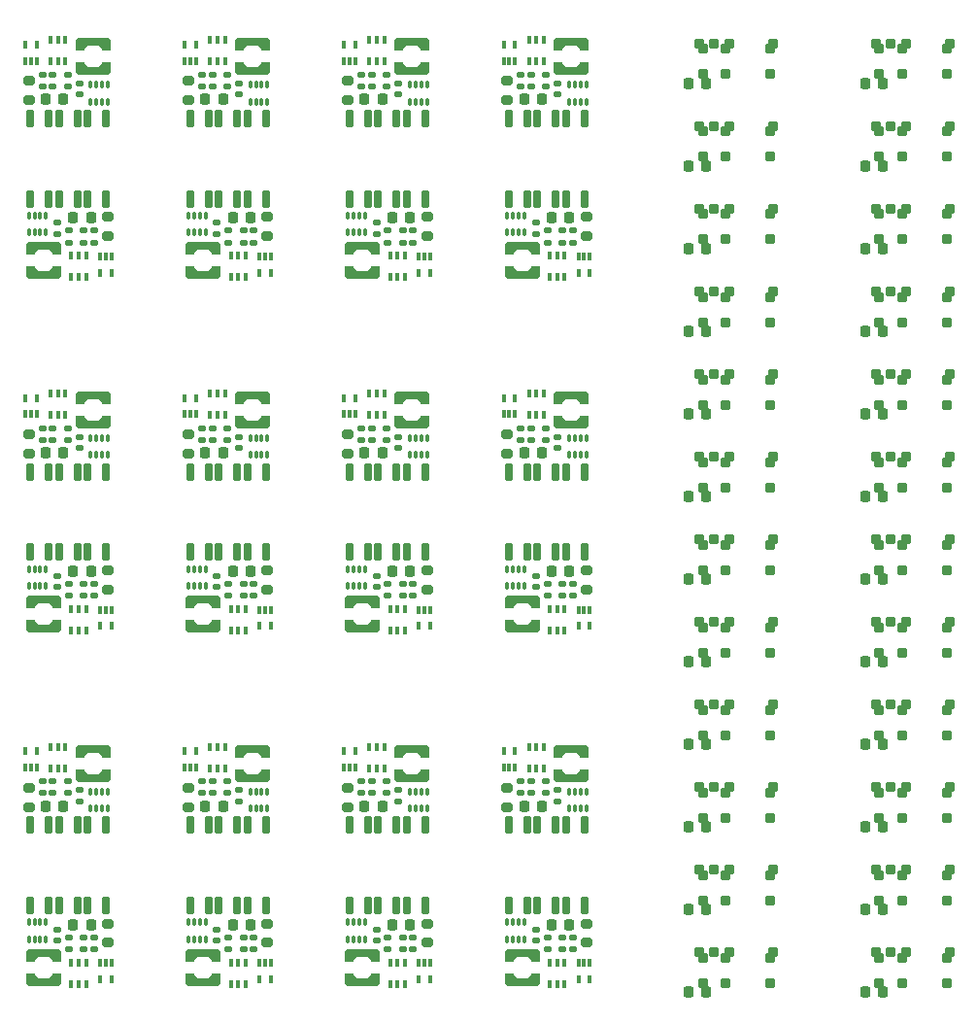
<source format=gbp>
G04 #@! TF.GenerationSoftware,KiCad,Pcbnew,9.0.6-9.0.6~ubuntu24.04.1*
G04 #@! TF.CreationDate,2026-01-17T18:06:18+01:00*
G04 #@! TF.ProjectId,panel,70616e65-6c2e-46b6-9963-61645f706362,rev?*
G04 #@! TF.SameCoordinates,Original*
G04 #@! TF.FileFunction,Paste,Bot*
G04 #@! TF.FilePolarity,Positive*
%FSLAX46Y46*%
G04 Gerber Fmt 4.6, Leading zero omitted, Abs format (unit mm)*
G04 Created by KiCad (PCBNEW 9.0.6-9.0.6~ubuntu24.04.1) date 2026-01-17 18:06:18*
%MOMM*%
%LPD*%
G01*
G04 APERTURE LIST*
G04 Aperture macros list*
%AMRoundRect*
0 Rectangle with rounded corners*
0 $1 Rounding radius*
0 $2 $3 $4 $5 $6 $7 $8 $9 X,Y pos of 4 corners*
0 Add a 4 corners polygon primitive as box body*
4,1,4,$2,$3,$4,$5,$6,$7,$8,$9,$2,$3,0*
0 Add four circle primitives for the rounded corners*
1,1,$1+$1,$2,$3*
1,1,$1+$1,$4,$5*
1,1,$1+$1,$6,$7*
1,1,$1+$1,$8,$9*
0 Add four rect primitives between the rounded corners*
20,1,$1+$1,$2,$3,$4,$5,0*
20,1,$1+$1,$4,$5,$6,$7,0*
20,1,$1+$1,$6,$7,$8,$9,0*
20,1,$1+$1,$8,$9,$2,$3,0*%
%AMFreePoly0*
4,1,11,0.760000,0.825000,0.380000,0.510000,0.380000,-0.510000,0.760000,-0.825000,0.760000,-1.525000,-0.125000,-1.525000,-0.380000,-1.270000,-0.380000,1.270000,-0.125000,1.525000,0.760000,1.525000,0.760000,0.825000,0.760000,0.825000,$1*%
G04 Aperture macros list end*
%ADD10RoundRect,0.120000X-0.280000X-0.280000X0.280000X-0.280000X0.280000X0.280000X-0.280000X0.280000X0*%
%ADD11RoundRect,0.090000X-0.210000X0.660000X-0.210000X-0.660000X0.210000X-0.660000X0.210000X0.660000X0*%
%ADD12RoundRect,0.090000X0.210000X-0.660000X0.210000X0.660000X-0.210000X0.660000X-0.210000X-0.660000X0*%
%ADD13RoundRect,0.200000X-0.275000X0.200000X-0.275000X-0.200000X0.275000X-0.200000X0.275000X0.200000X0*%
%ADD14RoundRect,0.225000X0.225000X0.250000X-0.225000X0.250000X-0.225000X-0.250000X0.225000X-0.250000X0*%
%ADD15RoundRect,0.087500X-0.087500X0.250000X-0.087500X-0.250000X0.087500X-0.250000X0.087500X0.250000X0*%
%ADD16RoundRect,0.100000X0.100000X-0.225000X0.100000X0.225000X-0.100000X0.225000X-0.100000X-0.225000X0*%
%ADD17RoundRect,0.087500X0.087500X-0.250000X0.087500X0.250000X-0.087500X0.250000X-0.087500X-0.250000X0*%
%ADD18RoundRect,0.225000X-0.225000X-0.250000X0.225000X-0.250000X0.225000X0.250000X-0.225000X0.250000X0*%
%ADD19RoundRect,0.135000X0.185000X-0.135000X0.185000X0.135000X-0.185000X0.135000X-0.185000X-0.135000X0*%
%ADD20RoundRect,0.100000X-0.100000X0.225000X-0.100000X-0.225000X0.100000X-0.225000X0.100000X0.225000X0*%
%ADD21RoundRect,0.200000X0.275000X-0.200000X0.275000X0.200000X-0.275000X0.200000X-0.275000X-0.200000X0*%
%ADD22RoundRect,0.135000X-0.185000X0.135000X-0.185000X-0.135000X0.185000X-0.135000X0.185000X0.135000X0*%
%ADD23RoundRect,0.140000X-0.170000X0.140000X-0.170000X-0.140000X0.170000X-0.140000X0.170000X0.140000X0*%
%ADD24RoundRect,0.140000X0.170000X-0.140000X0.170000X0.140000X-0.170000X0.140000X-0.170000X-0.140000X0*%
%ADD25RoundRect,0.050000X0.100000X-0.285000X0.100000X0.285000X-0.100000X0.285000X-0.100000X-0.285000X0*%
%ADD26FreePoly0,90.000000*%
%ADD27FreePoly0,270.000000*%
%ADD28RoundRect,0.050000X-0.100000X0.285000X-0.100000X-0.285000X0.100000X-0.285000X0.100000X0.285000X0*%
G04 APERTURE END LIST*
D10*
G04 #@! TO.C,J101*
X65450000Y-67050000D03*
X66750000Y-67050000D03*
X68050000Y-67050000D03*
X71880000Y-67050000D03*
G04 #@! TD*
G04 #@! TO.C,J102*
X81150000Y-69750000D03*
X81150000Y-67550000D03*
X83150000Y-69750000D03*
X83150000Y-67550000D03*
X87050000Y-69750000D03*
X87050000Y-67550000D03*
G04 #@! TD*
G04 #@! TO.C,J101*
X80850000Y-16650000D03*
X82150000Y-16650000D03*
X83450000Y-16650000D03*
X87280000Y-16650000D03*
G04 #@! TD*
G04 #@! TO.C,J102*
X81150000Y-26550000D03*
X81150000Y-24350000D03*
X83150000Y-26550000D03*
X83150000Y-24350000D03*
X87050000Y-26550000D03*
X87050000Y-24350000D03*
G04 #@! TD*
G04 #@! TO.C,J101*
X65450000Y-74250000D03*
X66750000Y-74250000D03*
X68050000Y-74250000D03*
X71880000Y-74250000D03*
G04 #@! TD*
G04 #@! TO.C,J101*
X65450000Y-52650000D03*
X66750000Y-52650000D03*
X68050000Y-52650000D03*
X71880000Y-52650000D03*
G04 #@! TD*
G04 #@! TO.C,J102*
X81150000Y-76950000D03*
X81150000Y-74750000D03*
X83150000Y-76950000D03*
X83150000Y-74750000D03*
X87050000Y-76950000D03*
X87050000Y-74750000D03*
G04 #@! TD*
G04 #@! TO.C,J102*
X81150000Y-12150000D03*
X81150000Y-9950000D03*
X83150000Y-12150000D03*
X83150000Y-9950000D03*
X87050000Y-12150000D03*
X87050000Y-9950000D03*
G04 #@! TD*
G04 #@! TO.C,J101*
X80850000Y-88650000D03*
X82150000Y-88650000D03*
X83450000Y-88650000D03*
X87280000Y-88650000D03*
G04 #@! TD*
G04 #@! TO.C,J102*
X65750000Y-48150000D03*
X65750000Y-45950000D03*
X67750000Y-48150000D03*
X67750000Y-45950000D03*
X71650000Y-48150000D03*
X71650000Y-45950000D03*
G04 #@! TD*
G04 #@! TO.C,J101*
X80850000Y-52650000D03*
X82150000Y-52650000D03*
X83450000Y-52650000D03*
X87280000Y-52650000D03*
G04 #@! TD*
G04 #@! TO.C,J101*
X65450000Y-9450000D03*
X66750000Y-9450000D03*
X68050000Y-9450000D03*
X71880000Y-9450000D03*
G04 #@! TD*
G04 #@! TO.C,J101*
X80850000Y-59850000D03*
X82150000Y-59850000D03*
X83450000Y-59850000D03*
X87280000Y-59850000D03*
G04 #@! TD*
G04 #@! TO.C,J102*
X65750000Y-33750000D03*
X65750000Y-31550000D03*
X67750000Y-33750000D03*
X67750000Y-31550000D03*
X71650000Y-33750000D03*
X71650000Y-31550000D03*
G04 #@! TD*
G04 #@! TO.C,J102*
X81150000Y-55350000D03*
X81150000Y-53150000D03*
X83150000Y-55350000D03*
X83150000Y-53150000D03*
X87050000Y-55350000D03*
X87050000Y-53150000D03*
G04 #@! TD*
G04 #@! TO.C,J101*
X65450000Y-38250000D03*
X66750000Y-38250000D03*
X68050000Y-38250000D03*
X71880000Y-38250000D03*
G04 #@! TD*
G04 #@! TO.C,J101*
X65450000Y-88650000D03*
X66750000Y-88650000D03*
X68050000Y-88650000D03*
X71880000Y-88650000D03*
G04 #@! TD*
G04 #@! TO.C,J101*
X65450000Y-31050000D03*
X66750000Y-31050000D03*
X68050000Y-31050000D03*
X71880000Y-31050000D03*
G04 #@! TD*
G04 #@! TO.C,J101*
X80850000Y-74250000D03*
X82150000Y-74250000D03*
X83450000Y-74250000D03*
X87280000Y-74250000D03*
G04 #@! TD*
G04 #@! TO.C,J101*
X80850000Y-9450000D03*
X82150000Y-9450000D03*
X83450000Y-9450000D03*
X87280000Y-9450000D03*
G04 #@! TD*
G04 #@! TO.C,J102*
X81150000Y-62550000D03*
X81150000Y-60350000D03*
X83150000Y-62550000D03*
X83150000Y-60350000D03*
X87050000Y-62550000D03*
X87050000Y-60350000D03*
G04 #@! TD*
G04 #@! TO.C,J102*
X81150000Y-33750000D03*
X81150000Y-31550000D03*
X83150000Y-33750000D03*
X83150000Y-31550000D03*
X87050000Y-33750000D03*
X87050000Y-31550000D03*
G04 #@! TD*
G04 #@! TO.C,J101*
X65450000Y-16650000D03*
X66750000Y-16650000D03*
X68050000Y-16650000D03*
X71880000Y-16650000D03*
G04 #@! TD*
G04 #@! TO.C,J102*
X65750000Y-62550000D03*
X65750000Y-60350000D03*
X67750000Y-62550000D03*
X67750000Y-60350000D03*
X71650000Y-62550000D03*
X71650000Y-60350000D03*
G04 #@! TD*
G04 #@! TO.C,J102*
X81150000Y-48150000D03*
X81150000Y-45950000D03*
X83150000Y-48150000D03*
X83150000Y-45950000D03*
X87050000Y-48150000D03*
X87050000Y-45950000D03*
G04 #@! TD*
G04 #@! TO.C,J101*
X65450000Y-23850000D03*
X66750000Y-23850000D03*
X68050000Y-23850000D03*
X71880000Y-23850000D03*
G04 #@! TD*
G04 #@! TO.C,J101*
X65450000Y-45450000D03*
X66750000Y-45450000D03*
X68050000Y-45450000D03*
X71880000Y-45450000D03*
G04 #@! TD*
G04 #@! TO.C,J102*
X65750000Y-40950000D03*
X65750000Y-38750000D03*
X67750000Y-40950000D03*
X67750000Y-38750000D03*
X71650000Y-40950000D03*
X71650000Y-38750000D03*
G04 #@! TD*
G04 #@! TO.C,J102*
X65750000Y-12150000D03*
X65750000Y-9950000D03*
X67750000Y-12150000D03*
X67750000Y-9950000D03*
X71650000Y-12150000D03*
X71650000Y-9950000D03*
G04 #@! TD*
G04 #@! TO.C,J102*
X65750000Y-26550000D03*
X65750000Y-24350000D03*
X67750000Y-26550000D03*
X67750000Y-24350000D03*
X71650000Y-26550000D03*
X71650000Y-24350000D03*
G04 #@! TD*
G04 #@! TO.C,J102*
X65750000Y-84150000D03*
X65750000Y-81950000D03*
X67750000Y-84150000D03*
X67750000Y-81950000D03*
X71650000Y-84150000D03*
X71650000Y-81950000D03*
G04 #@! TD*
G04 #@! TO.C,J101*
X65450000Y-81450000D03*
X66750000Y-81450000D03*
X68050000Y-81450000D03*
X71880000Y-81450000D03*
G04 #@! TD*
G04 #@! TO.C,J102*
X81150000Y-40950000D03*
X81150000Y-38750000D03*
X83150000Y-40950000D03*
X83150000Y-38750000D03*
X87050000Y-40950000D03*
X87050000Y-38750000D03*
G04 #@! TD*
G04 #@! TO.C,J102*
X65750000Y-69750000D03*
X65750000Y-67550000D03*
X67750000Y-69750000D03*
X67750000Y-67550000D03*
X71650000Y-69750000D03*
X71650000Y-67550000D03*
G04 #@! TD*
G04 #@! TO.C,J102*
X81150000Y-91350000D03*
X81150000Y-89150000D03*
X83150000Y-91350000D03*
X83150000Y-89150000D03*
X87050000Y-91350000D03*
X87050000Y-89150000D03*
G04 #@! TD*
G04 #@! TO.C,J102*
X65750000Y-91350000D03*
X65750000Y-89150000D03*
X67750000Y-91350000D03*
X67750000Y-89150000D03*
X71650000Y-91350000D03*
X71650000Y-89150000D03*
G04 #@! TD*
G04 #@! TO.C,J102*
X65750000Y-19350000D03*
X65750000Y-17150000D03*
X67750000Y-19350000D03*
X67750000Y-17150000D03*
X71650000Y-19350000D03*
X71650000Y-17150000D03*
G04 #@! TD*
G04 #@! TO.C,J101*
X80850000Y-23850000D03*
X82150000Y-23850000D03*
X83450000Y-23850000D03*
X87280000Y-23850000D03*
G04 #@! TD*
G04 #@! TO.C,J101*
X80850000Y-31050000D03*
X82150000Y-31050000D03*
X83450000Y-31050000D03*
X87280000Y-31050000D03*
G04 #@! TD*
G04 #@! TO.C,J102*
X65750000Y-76950000D03*
X65750000Y-74750000D03*
X67750000Y-76950000D03*
X67750000Y-74750000D03*
X71650000Y-76950000D03*
X71650000Y-74750000D03*
G04 #@! TD*
G04 #@! TO.C,J101*
X80850000Y-38250000D03*
X82150000Y-38250000D03*
X83450000Y-38250000D03*
X87280000Y-38250000D03*
G04 #@! TD*
G04 #@! TO.C,J102*
X81150000Y-19350000D03*
X81150000Y-17150000D03*
X83150000Y-19350000D03*
X83150000Y-17150000D03*
X87050000Y-19350000D03*
X87050000Y-17150000D03*
G04 #@! TD*
G04 #@! TO.C,J101*
X80850000Y-45450000D03*
X82150000Y-45450000D03*
X83450000Y-45450000D03*
X87280000Y-45450000D03*
G04 #@! TD*
G04 #@! TO.C,J102*
X81150000Y-84150000D03*
X81150000Y-81950000D03*
X83150000Y-84150000D03*
X83150000Y-81950000D03*
X87050000Y-84150000D03*
X87050000Y-81950000D03*
G04 #@! TD*
G04 #@! TO.C,J101*
X65450000Y-59850000D03*
X66750000Y-59850000D03*
X68050000Y-59850000D03*
X71880000Y-59850000D03*
G04 #@! TD*
G04 #@! TO.C,J102*
X65750000Y-55350000D03*
X65750000Y-53150000D03*
X67750000Y-55350000D03*
X67750000Y-53150000D03*
X71650000Y-55350000D03*
X71650000Y-53150000D03*
G04 #@! TD*
G04 #@! TO.C,J101*
X80850000Y-81450000D03*
X82150000Y-81450000D03*
X83450000Y-81450000D03*
X87280000Y-81450000D03*
G04 #@! TD*
G04 #@! TO.C,J101*
X80850000Y-67050000D03*
X82150000Y-67050000D03*
X83450000Y-67050000D03*
X87280000Y-67050000D03*
G04 #@! TD*
D11*
G04 #@! TO.C,H101*
X55450000Y-53800000D03*
X53850000Y-53800000D03*
G04 #@! TD*
G04 #@! TO.C,H102*
X39050000Y-84600000D03*
X37450000Y-84600000D03*
G04 #@! TD*
D12*
G04 #@! TO.C,H101*
X7150000Y-46800000D03*
X8750000Y-46800000D03*
G04 #@! TD*
D13*
G04 #@! TO.C,R103*
X13900000Y-24600000D03*
X13900000Y-26250000D03*
G04 #@! TD*
D14*
G04 #@! TO.C,AE101*
X81475000Y-34550000D03*
X79925000Y-34550000D03*
G04 #@! TD*
D15*
G04 #@! TO.C,U102*
X54907500Y-28017500D03*
X55407500Y-28017499D03*
X55907500Y-28017500D03*
X55907500Y-29442500D03*
X54907500Y-29442500D03*
G04 #@! TD*
D16*
G04 #@! TO.C,Q102*
X24100000Y-72650000D03*
X23450000Y-72649999D03*
X22800000Y-72650000D03*
X22800000Y-70750000D03*
X23450000Y-70750001D03*
X24100000Y-70750000D03*
G04 #@! TD*
D17*
G04 #@! TO.C,U102*
X21592500Y-10982500D03*
X21092500Y-10982501D03*
X20592500Y-10982500D03*
X20592500Y-9557500D03*
X21592500Y-9557500D03*
G04 #@! TD*
D14*
G04 #@! TO.C,C101*
X37825000Y-45120000D03*
X36275000Y-45120000D03*
G04 #@! TD*
D18*
G04 #@! TO.C,C101*
X24775000Y-55480000D03*
X26325000Y-55480000D03*
G04 #@! TD*
D19*
G04 #@! TO.C,R106*
X23000000Y-74809999D03*
X23000000Y-73790001D03*
G04 #@! TD*
D20*
G04 #@! TO.C,Q102*
X52400000Y-58750000D03*
X53050000Y-58750001D03*
X53700000Y-58750000D03*
X53700000Y-60650000D03*
X53050000Y-60649999D03*
X52400000Y-60650000D03*
G04 #@! TD*
D19*
G04 #@! TO.C,R102*
X36000000Y-74809999D03*
X36000000Y-73790001D03*
G04 #@! TD*
D21*
G04 #@! TO.C,R103*
X48700000Y-76000000D03*
X48700000Y-74350000D03*
G04 #@! TD*
D22*
G04 #@! TO.C,R102*
X54400000Y-87390001D03*
X54400000Y-88409999D03*
G04 #@! TD*
G04 #@! TO.C,R102*
X26600000Y-25790001D03*
X26600000Y-26809999D03*
G04 #@! TD*
D11*
G04 #@! TO.C,H103*
X36549999Y-23000000D03*
X34949999Y-23000000D03*
G04 #@! TD*
D23*
G04 #@! TO.C,C104*
X9510000Y-55900000D03*
X9510000Y-56860000D03*
G04 #@! TD*
D14*
G04 #@! TO.C,AE101*
X81475000Y-12950000D03*
X79925000Y-12950000D03*
G04 #@! TD*
D24*
G04 #@! TO.C,C104*
X11390000Y-13900000D03*
X11390000Y-12940000D03*
G04 #@! TD*
D25*
G04 #@! TO.C,U103*
X41700000Y-14530000D03*
X41200000Y-14530000D03*
X40700000Y-14530000D03*
X40200000Y-14530000D03*
X40200000Y-13050000D03*
X40700000Y-13050000D03*
X41200000Y-13050000D03*
X41700000Y-13050000D03*
G04 #@! TD*
D24*
G04 #@! TO.C,C104*
X39190000Y-13900000D03*
X39190000Y-12940000D03*
G04 #@! TD*
D18*
G04 #@! TO.C,C101*
X10875000Y-86280000D03*
X12425000Y-86280000D03*
G04 #@! TD*
D11*
G04 #@! TO.C,H102*
X25150000Y-53800000D03*
X23550000Y-53800000D03*
G04 #@! TD*
D22*
G04 #@! TO.C,R106*
X11800000Y-87390001D03*
X11800000Y-88409999D03*
G04 #@! TD*
D15*
G04 #@! TO.C,U102*
X13207500Y-89617500D03*
X13707500Y-89617499D03*
X14207500Y-89617500D03*
X14207500Y-91042500D03*
X13207500Y-91042500D03*
G04 #@! TD*
D12*
G04 #@! TO.C,H101*
X21050000Y-16000000D03*
X22650000Y-16000000D03*
G04 #@! TD*
D19*
G04 #@! TO.C,R106*
X9100000Y-13209999D03*
X9100000Y-12190001D03*
G04 #@! TD*
D13*
G04 #@! TO.C,R103*
X55600000Y-24600000D03*
X55600000Y-26250000D03*
G04 #@! TD*
D11*
G04 #@! TO.C,H101*
X55450000Y-23000000D03*
X53850000Y-23000000D03*
G04 #@! TD*
D13*
G04 #@! TO.C,R103*
X27800000Y-55400000D03*
X27800000Y-57050000D03*
G04 #@! TD*
D19*
G04 #@! TO.C,R102*
X22100000Y-44009999D03*
X22100000Y-42990001D03*
G04 #@! TD*
D26*
G04 #@! TO.C,L101*
X26500000Y-42670001D03*
D27*
X26500000Y-40129999D03*
G04 #@! TD*
D24*
G04 #@! TO.C,C104*
X39190000Y-75500000D03*
X39190000Y-74540000D03*
G04 #@! TD*
D21*
G04 #@! TO.C,R103*
X7000000Y-45200000D03*
X7000000Y-43550000D03*
G04 #@! TD*
D12*
G04 #@! TO.C,H103*
X53850001Y-77600000D03*
X55450001Y-77600000D03*
G04 #@! TD*
D11*
G04 #@! TO.C,H101*
X41550000Y-23000000D03*
X39950000Y-23000000D03*
G04 #@! TD*
D12*
G04 #@! TO.C,H101*
X34950000Y-77600000D03*
X36550000Y-77600000D03*
G04 #@! TD*
D14*
G04 #@! TO.C,AE101*
X66075000Y-48950000D03*
X64525000Y-48950000D03*
G04 #@! TD*
D21*
G04 #@! TO.C,R103*
X7000000Y-76000000D03*
X7000000Y-74350000D03*
G04 #@! TD*
D19*
G04 #@! TO.C,R104*
X52200000Y-57609999D03*
X52200000Y-56590001D03*
G04 #@! TD*
D11*
G04 #@! TO.C,H102*
X52950000Y-84600000D03*
X51350000Y-84600000D03*
G04 #@! TD*
D18*
G04 #@! TO.C,C101*
X10875000Y-24680000D03*
X12425000Y-24680000D03*
G04 #@! TD*
D12*
G04 #@! TO.C,H101*
X48850000Y-46800000D03*
X50450000Y-46800000D03*
G04 #@! TD*
D28*
G04 #@! TO.C,U103*
X7000000Y-24470000D03*
X7500000Y-24470000D03*
X8000000Y-24470000D03*
X8500000Y-24470000D03*
X8500000Y-25950000D03*
X8000000Y-25950000D03*
X7500000Y-25950000D03*
X7000000Y-25950000D03*
G04 #@! TD*
G04 #@! TO.C,U103*
X48700000Y-24470000D03*
X49200000Y-24470000D03*
X49700000Y-24470000D03*
X50200000Y-24470000D03*
X50200000Y-25950000D03*
X49700000Y-25950000D03*
X49200000Y-25950000D03*
X48700000Y-25950000D03*
G04 #@! TD*
D21*
G04 #@! TO.C,R103*
X20900000Y-76000000D03*
X20900000Y-74350000D03*
G04 #@! TD*
D23*
G04 #@! TO.C,C104*
X23410000Y-55900000D03*
X23410000Y-56860000D03*
G04 #@! TD*
D14*
G04 #@! TO.C,AE101*
X81475000Y-27350000D03*
X79925000Y-27350000D03*
G04 #@! TD*
D12*
G04 #@! TO.C,H102*
X37450000Y-46800000D03*
X39050000Y-46800000D03*
G04 #@! TD*
G04 #@! TO.C,H103*
X26050001Y-46800000D03*
X27650001Y-46800000D03*
G04 #@! TD*
D19*
G04 #@! TO.C,R104*
X10500000Y-57609999D03*
X10500000Y-56590001D03*
G04 #@! TD*
D24*
G04 #@! TO.C,C104*
X53090000Y-13900000D03*
X53090000Y-12940000D03*
G04 #@! TD*
D26*
G04 #@! TO.C,L101*
X26500000Y-11870001D03*
D27*
X26500000Y-9329999D03*
G04 #@! TD*
D12*
G04 #@! TO.C,H101*
X34950000Y-46800000D03*
X36550000Y-46800000D03*
G04 #@! TD*
D23*
G04 #@! TO.C,C104*
X37310000Y-86700000D03*
X37310000Y-87660000D03*
G04 #@! TD*
D14*
G04 #@! TO.C,AE101*
X66075000Y-70550000D03*
X64525000Y-70550000D03*
G04 #@! TD*
D27*
G04 #@! TO.C,L101*
X36100000Y-57929999D03*
D26*
X36100000Y-60470001D03*
G04 #@! TD*
D25*
G04 #@! TO.C,U103*
X55600000Y-45330000D03*
X55100000Y-45330000D03*
X54600000Y-45330000D03*
X54100000Y-45330000D03*
X54100000Y-43850000D03*
X54600000Y-43850000D03*
X55100000Y-43850000D03*
X55600000Y-43850000D03*
G04 #@! TD*
D22*
G04 #@! TO.C,R104*
X52100000Y-12190001D03*
X52100000Y-13209999D03*
G04 #@! TD*
D15*
G04 #@! TO.C,U102*
X27107500Y-89617500D03*
X27607500Y-89617499D03*
X28107500Y-89617500D03*
X28107500Y-91042500D03*
X27107500Y-91042500D03*
G04 #@! TD*
D11*
G04 #@! TO.C,H102*
X52950000Y-53800000D03*
X51350000Y-53800000D03*
G04 #@! TD*
D12*
G04 #@! TO.C,H102*
X23550000Y-16000000D03*
X25150000Y-16000000D03*
G04 #@! TD*
D19*
G04 #@! TO.C,R106*
X50800000Y-74809999D03*
X50800000Y-73790001D03*
G04 #@! TD*
D22*
G04 #@! TO.C,R104*
X10400000Y-42990001D03*
X10400000Y-44009999D03*
G04 #@! TD*
D19*
G04 #@! TO.C,R104*
X24400000Y-26809999D03*
X24400000Y-25790001D03*
G04 #@! TD*
D12*
G04 #@! TO.C,H103*
X53850001Y-16000000D03*
X55450001Y-16000000D03*
G04 #@! TD*
D18*
G04 #@! TO.C,C101*
X24775000Y-24680000D03*
X26325000Y-24680000D03*
G04 #@! TD*
D24*
G04 #@! TO.C,C104*
X11390000Y-44700000D03*
X11390000Y-43740000D03*
G04 #@! TD*
D26*
G04 #@! TO.C,L101*
X54300000Y-42670001D03*
D27*
X54300000Y-40129999D03*
G04 #@! TD*
D28*
G04 #@! TO.C,U103*
X20900000Y-24470000D03*
X21400000Y-24470000D03*
X21900000Y-24470000D03*
X22400000Y-24470000D03*
X22400000Y-25950000D03*
X21900000Y-25950000D03*
X21400000Y-25950000D03*
X20900000Y-25950000D03*
G04 #@! TD*
D16*
G04 #@! TO.C,Q102*
X51900000Y-72650000D03*
X51250000Y-72649999D03*
X50600000Y-72650000D03*
X50600000Y-70750000D03*
X51250000Y-70750001D03*
X51900000Y-70750000D03*
G04 #@! TD*
D28*
G04 #@! TO.C,U103*
X34800000Y-86070000D03*
X35300000Y-86070000D03*
X35800000Y-86070000D03*
X36300000Y-86070000D03*
X36300000Y-87550000D03*
X35800000Y-87550000D03*
X35300000Y-87550000D03*
X34800000Y-87550000D03*
G04 #@! TD*
D14*
G04 #@! TO.C,C101*
X51725000Y-75920000D03*
X50175000Y-75920000D03*
G04 #@! TD*
D19*
G04 #@! TO.C,R102*
X8200000Y-44009999D03*
X8200000Y-42990001D03*
G04 #@! TD*
D14*
G04 #@! TO.C,AE101*
X81475000Y-63350000D03*
X79925000Y-63350000D03*
G04 #@! TD*
D25*
G04 #@! TO.C,U103*
X27800000Y-76130000D03*
X27300000Y-76130000D03*
X26800000Y-76130000D03*
X26300000Y-76130000D03*
X26300000Y-74650000D03*
X26800000Y-74650000D03*
X27300000Y-74650000D03*
X27800000Y-74650000D03*
G04 #@! TD*
D26*
G04 #@! TO.C,L101*
X40400000Y-11870001D03*
D27*
X40400000Y-9329999D03*
G04 #@! TD*
D28*
G04 #@! TO.C,U103*
X48700000Y-86070000D03*
X49200000Y-86070000D03*
X49700000Y-86070000D03*
X50200000Y-86070000D03*
X50200000Y-87550000D03*
X49700000Y-87550000D03*
X49200000Y-87550000D03*
X48700000Y-87550000D03*
G04 #@! TD*
D11*
G04 #@! TO.C,H103*
X8749999Y-53800000D03*
X7149999Y-53800000D03*
G04 #@! TD*
D22*
G04 #@! TO.C,R104*
X24300000Y-42990001D03*
X24300000Y-44009999D03*
G04 #@! TD*
D16*
G04 #@! TO.C,Q102*
X24100000Y-11050000D03*
X23450000Y-11049999D03*
X22800000Y-11050000D03*
X22800000Y-9150000D03*
X23450000Y-9150001D03*
X24100000Y-9150000D03*
G04 #@! TD*
D20*
G04 #@! TO.C,Q102*
X10700000Y-89550000D03*
X11350000Y-89550001D03*
X12000000Y-89550000D03*
X12000000Y-91450000D03*
X11350000Y-91449999D03*
X10700000Y-91450000D03*
G04 #@! TD*
D14*
G04 #@! TO.C,AE101*
X66075000Y-77750000D03*
X64525000Y-77750000D03*
G04 #@! TD*
D12*
G04 #@! TO.C,H102*
X9650000Y-46800000D03*
X11250000Y-46800000D03*
G04 #@! TD*
D13*
G04 #@! TO.C,R103*
X41700000Y-55400000D03*
X41700000Y-57050000D03*
G04 #@! TD*
D12*
G04 #@! TO.C,H101*
X21050000Y-77600000D03*
X22650000Y-77600000D03*
G04 #@! TD*
D26*
G04 #@! TO.C,L101*
X40400000Y-73470001D03*
D27*
X40400000Y-70929999D03*
G04 #@! TD*
D13*
G04 #@! TO.C,R103*
X27800000Y-86200000D03*
X27800000Y-87850000D03*
G04 #@! TD*
D22*
G04 #@! TO.C,R106*
X25700000Y-25790001D03*
X25700000Y-26809999D03*
G04 #@! TD*
D11*
G04 #@! TO.C,H101*
X27650000Y-23000000D03*
X26050000Y-23000000D03*
G04 #@! TD*
D22*
G04 #@! TO.C,R104*
X38200000Y-42990001D03*
X38200000Y-44009999D03*
G04 #@! TD*
D16*
G04 #@! TO.C,Q102*
X10200000Y-72650000D03*
X9550000Y-72649999D03*
X8900000Y-72650000D03*
X8900000Y-70750000D03*
X9550000Y-70750001D03*
X10200000Y-70750000D03*
G04 #@! TD*
D22*
G04 #@! TO.C,R106*
X25700000Y-56590001D03*
X25700000Y-57609999D03*
G04 #@! TD*
D20*
G04 #@! TO.C,Q102*
X52400000Y-89550000D03*
X53050000Y-89550001D03*
X53700000Y-89550000D03*
X53700000Y-91450000D03*
X53050000Y-91449999D03*
X52400000Y-91450000D03*
G04 #@! TD*
D14*
G04 #@! TO.C,C101*
X51725000Y-45120000D03*
X50175000Y-45120000D03*
G04 #@! TD*
D13*
G04 #@! TO.C,R103*
X27800000Y-24600000D03*
X27800000Y-26250000D03*
G04 #@! TD*
D11*
G04 #@! TO.C,H103*
X36549999Y-53800000D03*
X34949999Y-53800000D03*
G04 #@! TD*
G04 #@! TO.C,H102*
X11250000Y-23000000D03*
X9650000Y-23000000D03*
G04 #@! TD*
D12*
G04 #@! TO.C,H103*
X53850001Y-46800000D03*
X55450001Y-46800000D03*
G04 #@! TD*
D11*
G04 #@! TO.C,H102*
X25150000Y-23000000D03*
X23550000Y-23000000D03*
G04 #@! TD*
D12*
G04 #@! TO.C,H102*
X37450000Y-16000000D03*
X39050000Y-16000000D03*
G04 #@! TD*
D26*
G04 #@! TO.C,L101*
X26500000Y-73470001D03*
D27*
X26500000Y-70929999D03*
G04 #@! TD*
D22*
G04 #@! TO.C,R106*
X11800000Y-25790001D03*
X11800000Y-26809999D03*
G04 #@! TD*
D18*
G04 #@! TO.C,C101*
X24775000Y-86280000D03*
X26325000Y-86280000D03*
G04 #@! TD*
D19*
G04 #@! TO.C,R104*
X52200000Y-26809999D03*
X52200000Y-25790001D03*
G04 #@! TD*
D16*
G04 #@! TO.C,Q102*
X10200000Y-41850000D03*
X9550000Y-41849999D03*
X8900000Y-41850000D03*
X8900000Y-39950000D03*
X9550000Y-39950001D03*
X10200000Y-39950000D03*
G04 #@! TD*
D27*
G04 #@! TO.C,L101*
X8300000Y-57929999D03*
D26*
X8300000Y-60470001D03*
G04 #@! TD*
D28*
G04 #@! TO.C,U103*
X48700000Y-55270000D03*
X49200000Y-55270000D03*
X49700000Y-55270000D03*
X50200000Y-55270000D03*
X50200000Y-56750000D03*
X49700000Y-56750000D03*
X49200000Y-56750000D03*
X48700000Y-56750000D03*
G04 #@! TD*
D12*
G04 #@! TO.C,H103*
X12150001Y-77600000D03*
X13750001Y-77600000D03*
G04 #@! TD*
D20*
G04 #@! TO.C,Q102*
X38500000Y-58750000D03*
X39150000Y-58750001D03*
X39800000Y-58750000D03*
X39800000Y-60650000D03*
X39150000Y-60649999D03*
X38500000Y-60650000D03*
G04 #@! TD*
D12*
G04 #@! TO.C,H102*
X51350000Y-77600000D03*
X52950000Y-77600000D03*
G04 #@! TD*
D21*
G04 #@! TO.C,R103*
X7000000Y-14400000D03*
X7000000Y-12750000D03*
G04 #@! TD*
D17*
G04 #@! TO.C,U102*
X49392500Y-10982500D03*
X48892500Y-10982501D03*
X48392500Y-10982500D03*
X48392500Y-9557500D03*
X49392500Y-9557500D03*
G04 #@! TD*
G04 #@! TO.C,U102*
X35492500Y-10982500D03*
X34992500Y-10982501D03*
X34492500Y-10982500D03*
X34492500Y-9557500D03*
X35492500Y-9557500D03*
G04 #@! TD*
D15*
G04 #@! TO.C,U102*
X54907500Y-58817500D03*
X55407500Y-58817499D03*
X55907500Y-58817500D03*
X55907500Y-60242500D03*
X54907500Y-60242500D03*
G04 #@! TD*
D13*
G04 #@! TO.C,R103*
X55600000Y-55400000D03*
X55600000Y-57050000D03*
G04 #@! TD*
D25*
G04 #@! TO.C,U103*
X55600000Y-76130000D03*
X55100000Y-76130000D03*
X54600000Y-76130000D03*
X54100000Y-76130000D03*
X54100000Y-74650000D03*
X54600000Y-74650000D03*
X55100000Y-74650000D03*
X55600000Y-74650000D03*
G04 #@! TD*
D11*
G04 #@! TO.C,H101*
X13750000Y-84600000D03*
X12150000Y-84600000D03*
G04 #@! TD*
D13*
G04 #@! TO.C,R103*
X41700000Y-24600000D03*
X41700000Y-26250000D03*
G04 #@! TD*
D22*
G04 #@! TO.C,R102*
X12700000Y-56590001D03*
X12700000Y-57609999D03*
G04 #@! TD*
D20*
G04 #@! TO.C,Q102*
X24600000Y-27950000D03*
X25250000Y-27950001D03*
X25900000Y-27950000D03*
X25900000Y-29850000D03*
X25250000Y-29849999D03*
X24600000Y-29850000D03*
G04 #@! TD*
D12*
G04 #@! TO.C,H101*
X21050000Y-46800000D03*
X22650000Y-46800000D03*
G04 #@! TD*
D15*
G04 #@! TO.C,U102*
X41007500Y-28017500D03*
X41507500Y-28017499D03*
X42007500Y-28017500D03*
X42007500Y-29442500D03*
X41007500Y-29442500D03*
G04 #@! TD*
D23*
G04 #@! TO.C,C104*
X23410000Y-86700000D03*
X23410000Y-87660000D03*
G04 #@! TD*
D25*
G04 #@! TO.C,U103*
X27800000Y-14530000D03*
X27300000Y-14530000D03*
X26800000Y-14530000D03*
X26300000Y-14530000D03*
X26300000Y-13050000D03*
X26800000Y-13050000D03*
X27300000Y-13050000D03*
X27800000Y-13050000D03*
G04 #@! TD*
D24*
G04 #@! TO.C,C104*
X53090000Y-75500000D03*
X53090000Y-74540000D03*
G04 #@! TD*
D23*
G04 #@! TO.C,C104*
X9510000Y-86700000D03*
X9510000Y-87660000D03*
G04 #@! TD*
D26*
G04 #@! TO.C,L101*
X12600000Y-73470001D03*
D27*
X12600000Y-70929999D03*
G04 #@! TD*
D17*
G04 #@! TO.C,U102*
X49392500Y-41782500D03*
X48892500Y-41782501D03*
X48392500Y-41782500D03*
X48392500Y-40357500D03*
X49392500Y-40357500D03*
G04 #@! TD*
D14*
G04 #@! TO.C,AE101*
X66075000Y-12950000D03*
X64525000Y-12950000D03*
G04 #@! TD*
D19*
G04 #@! TO.C,R102*
X36000000Y-13209999D03*
X36000000Y-12190001D03*
G04 #@! TD*
D28*
G04 #@! TO.C,U103*
X7000000Y-86070000D03*
X7500000Y-86070000D03*
X8000000Y-86070000D03*
X8500000Y-86070000D03*
X8500000Y-87550000D03*
X8000000Y-87550000D03*
X7500000Y-87550000D03*
X7000000Y-87550000D03*
G04 #@! TD*
D19*
G04 #@! TO.C,R104*
X10500000Y-26809999D03*
X10500000Y-25790001D03*
G04 #@! TD*
D23*
G04 #@! TO.C,C104*
X51210000Y-25100000D03*
X51210000Y-26060000D03*
G04 #@! TD*
G04 #@! TO.C,C104*
X37310000Y-25100000D03*
X37310000Y-26060000D03*
G04 #@! TD*
D11*
G04 #@! TO.C,H103*
X8749999Y-23000000D03*
X7149999Y-23000000D03*
G04 #@! TD*
D19*
G04 #@! TO.C,R106*
X23000000Y-13209999D03*
X23000000Y-12190001D03*
G04 #@! TD*
D27*
G04 #@! TO.C,L101*
X8300000Y-88729999D03*
D26*
X8300000Y-91270001D03*
G04 #@! TD*
G04 #@! TO.C,L101*
X40400000Y-42670001D03*
D27*
X40400000Y-40129999D03*
G04 #@! TD*
D20*
G04 #@! TO.C,Q102*
X10700000Y-58750000D03*
X11350000Y-58750001D03*
X12000000Y-58750000D03*
X12000000Y-60650000D03*
X11350000Y-60649999D03*
X10700000Y-60650000D03*
G04 #@! TD*
D21*
G04 #@! TO.C,R103*
X34800000Y-45200000D03*
X34800000Y-43550000D03*
G04 #@! TD*
D24*
G04 #@! TO.C,C104*
X39190000Y-44700000D03*
X39190000Y-43740000D03*
G04 #@! TD*
D22*
G04 #@! TO.C,R102*
X12700000Y-25790001D03*
X12700000Y-26809999D03*
G04 #@! TD*
D11*
G04 #@! TO.C,H101*
X55450000Y-84600000D03*
X53850000Y-84600000D03*
G04 #@! TD*
D22*
G04 #@! TO.C,R104*
X38200000Y-73790001D03*
X38200000Y-74809999D03*
G04 #@! TD*
D12*
G04 #@! TO.C,H102*
X9650000Y-77600000D03*
X11250000Y-77600000D03*
G04 #@! TD*
D14*
G04 #@! TO.C,C101*
X51725000Y-14320000D03*
X50175000Y-14320000D03*
G04 #@! TD*
D22*
G04 #@! TO.C,R104*
X52100000Y-42990001D03*
X52100000Y-44009999D03*
G04 #@! TD*
D11*
G04 #@! TO.C,H103*
X50449999Y-53800000D03*
X48849999Y-53800000D03*
G04 #@! TD*
D24*
G04 #@! TO.C,C104*
X25290000Y-44700000D03*
X25290000Y-43740000D03*
G04 #@! TD*
D14*
G04 #@! TO.C,AE101*
X81475000Y-84950000D03*
X79925000Y-84950000D03*
G04 #@! TD*
D18*
G04 #@! TO.C,C101*
X38675000Y-24680000D03*
X40225000Y-24680000D03*
G04 #@! TD*
D14*
G04 #@! TO.C,AE101*
X81475000Y-41750000D03*
X79925000Y-41750000D03*
G04 #@! TD*
D19*
G04 #@! TO.C,R102*
X49900000Y-13209999D03*
X49900000Y-12190001D03*
G04 #@! TD*
D27*
G04 #@! TO.C,L101*
X22200000Y-57929999D03*
D26*
X22200000Y-60470001D03*
G04 #@! TD*
D18*
G04 #@! TO.C,C101*
X52575000Y-55480000D03*
X54125000Y-55480000D03*
G04 #@! TD*
D20*
G04 #@! TO.C,Q102*
X24600000Y-89550000D03*
X25250000Y-89550001D03*
X25900000Y-89550000D03*
X25900000Y-91450000D03*
X25250000Y-91449999D03*
X24600000Y-91450000D03*
G04 #@! TD*
D22*
G04 #@! TO.C,R102*
X40500000Y-25790001D03*
X40500000Y-26809999D03*
G04 #@! TD*
D11*
G04 #@! TO.C,H101*
X13750000Y-53800000D03*
X12150000Y-53800000D03*
G04 #@! TD*
D13*
G04 #@! TO.C,R103*
X41700000Y-86200000D03*
X41700000Y-87850000D03*
G04 #@! TD*
D20*
G04 #@! TO.C,Q102*
X52400000Y-27950000D03*
X53050000Y-27950001D03*
X53700000Y-27950000D03*
X53700000Y-29850000D03*
X53050000Y-29849999D03*
X52400000Y-29850000D03*
G04 #@! TD*
D22*
G04 #@! TO.C,R102*
X54400000Y-56590001D03*
X54400000Y-57609999D03*
G04 #@! TD*
D25*
G04 #@! TO.C,U103*
X55600000Y-14530000D03*
X55100000Y-14530000D03*
X54600000Y-14530000D03*
X54100000Y-14530000D03*
X54100000Y-13050000D03*
X54600000Y-13050000D03*
X55100000Y-13050000D03*
X55600000Y-13050000D03*
G04 #@! TD*
D21*
G04 #@! TO.C,R103*
X48700000Y-45200000D03*
X48700000Y-43550000D03*
G04 #@! TD*
D12*
G04 #@! TO.C,H102*
X23550000Y-46800000D03*
X25150000Y-46800000D03*
G04 #@! TD*
D19*
G04 #@! TO.C,R106*
X50800000Y-13209999D03*
X50800000Y-12190001D03*
G04 #@! TD*
D22*
G04 #@! TO.C,R106*
X53500000Y-87390001D03*
X53500000Y-88409999D03*
G04 #@! TD*
D27*
G04 #@! TO.C,L101*
X22200000Y-27129999D03*
D26*
X22200000Y-29670001D03*
G04 #@! TD*
D11*
G04 #@! TO.C,H103*
X8749999Y-84600000D03*
X7149999Y-84600000D03*
G04 #@! TD*
D27*
G04 #@! TO.C,L101*
X50000000Y-57929999D03*
D26*
X50000000Y-60470001D03*
G04 #@! TD*
D11*
G04 #@! TO.C,H101*
X27650000Y-84600000D03*
X26050000Y-84600000D03*
G04 #@! TD*
D14*
G04 #@! TO.C,AE101*
X66075000Y-56150000D03*
X64525000Y-56150000D03*
G04 #@! TD*
D27*
G04 #@! TO.C,L101*
X36100000Y-88729999D03*
D26*
X36100000Y-91270001D03*
G04 #@! TD*
D11*
G04 #@! TO.C,H103*
X22649999Y-84600000D03*
X21049999Y-84600000D03*
G04 #@! TD*
D19*
G04 #@! TO.C,R104*
X52200000Y-88409999D03*
X52200000Y-87390001D03*
G04 #@! TD*
G04 #@! TO.C,R104*
X10500000Y-88409999D03*
X10500000Y-87390001D03*
G04 #@! TD*
D23*
G04 #@! TO.C,C104*
X51210000Y-86700000D03*
X51210000Y-87660000D03*
G04 #@! TD*
D21*
G04 #@! TO.C,R103*
X34800000Y-76000000D03*
X34800000Y-74350000D03*
G04 #@! TD*
D22*
G04 #@! TO.C,R104*
X10400000Y-12190001D03*
X10400000Y-13209999D03*
G04 #@! TD*
D19*
G04 #@! TO.C,R102*
X49900000Y-44009999D03*
X49900000Y-42990001D03*
G04 #@! TD*
D22*
G04 #@! TO.C,R106*
X53500000Y-25790001D03*
X53500000Y-26809999D03*
G04 #@! TD*
D19*
G04 #@! TO.C,R104*
X38300000Y-26809999D03*
X38300000Y-25790001D03*
G04 #@! TD*
D11*
G04 #@! TO.C,H101*
X27650000Y-53800000D03*
X26050000Y-53800000D03*
G04 #@! TD*
D18*
G04 #@! TO.C,C101*
X38675000Y-55480000D03*
X40225000Y-55480000D03*
G04 #@! TD*
D11*
G04 #@! TO.C,H102*
X39050000Y-23000000D03*
X37450000Y-23000000D03*
G04 #@! TD*
D28*
G04 #@! TO.C,U103*
X20900000Y-55270000D03*
X21400000Y-55270000D03*
X21900000Y-55270000D03*
X22400000Y-55270000D03*
X22400000Y-56750000D03*
X21900000Y-56750000D03*
X21400000Y-56750000D03*
X20900000Y-56750000D03*
G04 #@! TD*
D22*
G04 #@! TO.C,R104*
X24300000Y-73790001D03*
X24300000Y-74809999D03*
G04 #@! TD*
D14*
G04 #@! TO.C,AE101*
X81475000Y-48950000D03*
X79925000Y-48950000D03*
G04 #@! TD*
D22*
G04 #@! TO.C,R102*
X40500000Y-87390001D03*
X40500000Y-88409999D03*
G04 #@! TD*
D12*
G04 #@! TO.C,H101*
X48850000Y-77600000D03*
X50450000Y-77600000D03*
G04 #@! TD*
D14*
G04 #@! TO.C,C101*
X10025000Y-45120000D03*
X8475000Y-45120000D03*
G04 #@! TD*
D24*
G04 #@! TO.C,C104*
X53090000Y-44700000D03*
X53090000Y-43740000D03*
G04 #@! TD*
D12*
G04 #@! TO.C,H102*
X51350000Y-16000000D03*
X52950000Y-16000000D03*
G04 #@! TD*
D14*
G04 #@! TO.C,AE101*
X66075000Y-84950000D03*
X64525000Y-84950000D03*
G04 #@! TD*
D26*
G04 #@! TO.C,L101*
X54300000Y-11870001D03*
D27*
X54300000Y-9329999D03*
G04 #@! TD*
D19*
G04 #@! TO.C,R106*
X36900000Y-13209999D03*
X36900000Y-12190001D03*
G04 #@! TD*
D14*
G04 #@! TO.C,C101*
X23925000Y-45120000D03*
X22375000Y-45120000D03*
G04 #@! TD*
D22*
G04 #@! TO.C,R102*
X40500000Y-56590001D03*
X40500000Y-57609999D03*
G04 #@! TD*
D14*
G04 #@! TO.C,AE101*
X81475000Y-92150000D03*
X79925000Y-92150000D03*
G04 #@! TD*
D19*
G04 #@! TO.C,R102*
X8200000Y-74809999D03*
X8200000Y-73790001D03*
G04 #@! TD*
D15*
G04 #@! TO.C,U102*
X13207500Y-58817500D03*
X13707500Y-58817499D03*
X14207500Y-58817500D03*
X14207500Y-60242500D03*
X13207500Y-60242500D03*
G04 #@! TD*
D18*
G04 #@! TO.C,C101*
X52575000Y-24680000D03*
X54125000Y-24680000D03*
G04 #@! TD*
D19*
G04 #@! TO.C,R104*
X24400000Y-57609999D03*
X24400000Y-56590001D03*
G04 #@! TD*
D22*
G04 #@! TO.C,R102*
X54400000Y-25790001D03*
X54400000Y-26809999D03*
G04 #@! TD*
D16*
G04 #@! TO.C,Q102*
X38000000Y-11050000D03*
X37350000Y-11049999D03*
X36700000Y-11050000D03*
X36700000Y-9150000D03*
X37350000Y-9150001D03*
X38000000Y-9150000D03*
G04 #@! TD*
D12*
G04 #@! TO.C,H101*
X7150000Y-77600000D03*
X8750000Y-77600000D03*
G04 #@! TD*
D16*
G04 #@! TO.C,Q102*
X38000000Y-72650000D03*
X37350000Y-72649999D03*
X36700000Y-72650000D03*
X36700000Y-70750000D03*
X37350000Y-70750001D03*
X38000000Y-70750000D03*
G04 #@! TD*
D18*
G04 #@! TO.C,C101*
X10875000Y-55480000D03*
X12425000Y-55480000D03*
G04 #@! TD*
D11*
G04 #@! TO.C,H103*
X22649999Y-53800000D03*
X21049999Y-53800000D03*
G04 #@! TD*
D19*
G04 #@! TO.C,R104*
X38300000Y-88409999D03*
X38300000Y-87390001D03*
G04 #@! TD*
D21*
G04 #@! TO.C,R103*
X20900000Y-14400000D03*
X20900000Y-12750000D03*
G04 #@! TD*
D11*
G04 #@! TO.C,H103*
X50449999Y-23000000D03*
X48849999Y-23000000D03*
G04 #@! TD*
D12*
G04 #@! TO.C,H101*
X7150000Y-16000000D03*
X8750000Y-16000000D03*
G04 #@! TD*
D26*
G04 #@! TO.C,L101*
X12600000Y-42670001D03*
D27*
X12600000Y-40129999D03*
G04 #@! TD*
D17*
G04 #@! TO.C,U102*
X7692500Y-41782500D03*
X7192500Y-41782501D03*
X6692500Y-41782500D03*
X6692500Y-40357500D03*
X7692500Y-40357500D03*
G04 #@! TD*
D25*
G04 #@! TO.C,U103*
X13900000Y-45330000D03*
X13400000Y-45330000D03*
X12900000Y-45330000D03*
X12400000Y-45330000D03*
X12400000Y-43850000D03*
X12900000Y-43850000D03*
X13400000Y-43850000D03*
X13900000Y-43850000D03*
G04 #@! TD*
D11*
G04 #@! TO.C,H101*
X41550000Y-53800000D03*
X39950000Y-53800000D03*
G04 #@! TD*
D25*
G04 #@! TO.C,U103*
X27800000Y-45330000D03*
X27300000Y-45330000D03*
X26800000Y-45330000D03*
X26300000Y-45330000D03*
X26300000Y-43850000D03*
X26800000Y-43850000D03*
X27300000Y-43850000D03*
X27800000Y-43850000D03*
G04 #@! TD*
D15*
G04 #@! TO.C,U102*
X27107500Y-28017500D03*
X27607500Y-28017499D03*
X28107500Y-28017500D03*
X28107500Y-29442500D03*
X27107500Y-29442500D03*
G04 #@! TD*
G04 #@! TO.C,U102*
X41007500Y-58817500D03*
X41507500Y-58817499D03*
X42007500Y-58817500D03*
X42007500Y-60242500D03*
X41007500Y-60242500D03*
G04 #@! TD*
D18*
G04 #@! TO.C,C101*
X52575000Y-86280000D03*
X54125000Y-86280000D03*
G04 #@! TD*
D11*
G04 #@! TO.C,H101*
X13750000Y-23000000D03*
X12150000Y-23000000D03*
G04 #@! TD*
D12*
G04 #@! TO.C,H103*
X26050001Y-77600000D03*
X27650001Y-77600000D03*
G04 #@! TD*
D19*
G04 #@! TO.C,R102*
X49900000Y-74809999D03*
X49900000Y-73790001D03*
G04 #@! TD*
D25*
G04 #@! TO.C,U103*
X13900000Y-14530000D03*
X13400000Y-14530000D03*
X12900000Y-14530000D03*
X12400000Y-14530000D03*
X12400000Y-13050000D03*
X12900000Y-13050000D03*
X13400000Y-13050000D03*
X13900000Y-13050000D03*
G04 #@! TD*
D17*
G04 #@! TO.C,U102*
X21592500Y-72582500D03*
X21092500Y-72582501D03*
X20592500Y-72582500D03*
X20592500Y-71157500D03*
X21592500Y-71157500D03*
G04 #@! TD*
D23*
G04 #@! TO.C,C104*
X9510000Y-25100000D03*
X9510000Y-26060000D03*
G04 #@! TD*
D16*
G04 #@! TO.C,Q102*
X51900000Y-11050000D03*
X51250000Y-11049999D03*
X50600000Y-11050000D03*
X50600000Y-9150000D03*
X51250000Y-9150001D03*
X51900000Y-9150000D03*
G04 #@! TD*
D22*
G04 #@! TO.C,R106*
X39600000Y-87390001D03*
X39600000Y-88409999D03*
G04 #@! TD*
D11*
G04 #@! TO.C,H101*
X41550000Y-84600000D03*
X39950000Y-84600000D03*
G04 #@! TD*
D13*
G04 #@! TO.C,R103*
X13900000Y-86200000D03*
X13900000Y-87850000D03*
G04 #@! TD*
D11*
G04 #@! TO.C,H102*
X39050000Y-53800000D03*
X37450000Y-53800000D03*
G04 #@! TD*
G04 #@! TO.C,H102*
X11250000Y-84600000D03*
X9650000Y-84600000D03*
G04 #@! TD*
D19*
G04 #@! TO.C,R106*
X23000000Y-44009999D03*
X23000000Y-42990001D03*
G04 #@! TD*
G04 #@! TO.C,R106*
X9100000Y-44009999D03*
X9100000Y-42990001D03*
G04 #@! TD*
D12*
G04 #@! TO.C,H102*
X51350000Y-46800000D03*
X52950000Y-46800000D03*
G04 #@! TD*
D16*
G04 #@! TO.C,Q102*
X24100000Y-41850000D03*
X23450000Y-41849999D03*
X22800000Y-41850000D03*
X22800000Y-39950000D03*
X23450000Y-39950001D03*
X24100000Y-39950000D03*
G04 #@! TD*
D14*
G04 #@! TO.C,AE101*
X81475000Y-70550000D03*
X79925000Y-70550000D03*
G04 #@! TD*
D17*
G04 #@! TO.C,U102*
X21592500Y-41782500D03*
X21092500Y-41782501D03*
X20592500Y-41782500D03*
X20592500Y-40357500D03*
X21592500Y-40357500D03*
G04 #@! TD*
D25*
G04 #@! TO.C,U103*
X13900000Y-76130000D03*
X13400000Y-76130000D03*
X12900000Y-76130000D03*
X12400000Y-76130000D03*
X12400000Y-74650000D03*
X12900000Y-74650000D03*
X13400000Y-74650000D03*
X13900000Y-74650000D03*
G04 #@! TD*
D19*
G04 #@! TO.C,R106*
X9100000Y-74809999D03*
X9100000Y-73790001D03*
G04 #@! TD*
D17*
G04 #@! TO.C,U102*
X49392500Y-72582500D03*
X48892500Y-72582501D03*
X48392500Y-72582500D03*
X48392500Y-71157500D03*
X49392500Y-71157500D03*
G04 #@! TD*
D27*
G04 #@! TO.C,L101*
X8300000Y-27129999D03*
D26*
X8300000Y-29670001D03*
G04 #@! TD*
D12*
G04 #@! TO.C,H103*
X39950001Y-46800000D03*
X41550001Y-46800000D03*
G04 #@! TD*
D11*
G04 #@! TO.C,H102*
X52950000Y-23000000D03*
X51350000Y-23000000D03*
G04 #@! TD*
D21*
G04 #@! TO.C,R103*
X48700000Y-14400000D03*
X48700000Y-12750000D03*
G04 #@! TD*
D12*
G04 #@! TO.C,H103*
X26050001Y-16000000D03*
X27650001Y-16000000D03*
G04 #@! TD*
D22*
G04 #@! TO.C,R104*
X24300000Y-12190001D03*
X24300000Y-13209999D03*
G04 #@! TD*
D15*
G04 #@! TO.C,U102*
X54907500Y-89617500D03*
X55407500Y-89617499D03*
X55907500Y-89617500D03*
X55907500Y-91042500D03*
X54907500Y-91042500D03*
G04 #@! TD*
D16*
G04 #@! TO.C,Q102*
X10200000Y-11050000D03*
X9550000Y-11049999D03*
X8900000Y-11050000D03*
X8900000Y-9150000D03*
X9550000Y-9150001D03*
X10200000Y-9150000D03*
G04 #@! TD*
D27*
G04 #@! TO.C,L101*
X50000000Y-88729999D03*
D26*
X50000000Y-91270001D03*
G04 #@! TD*
D15*
G04 #@! TO.C,U102*
X27107500Y-58817500D03*
X27607500Y-58817499D03*
X28107500Y-58817500D03*
X28107500Y-60242500D03*
X27107500Y-60242500D03*
G04 #@! TD*
D14*
G04 #@! TO.C,C101*
X23925000Y-14320000D03*
X22375000Y-14320000D03*
G04 #@! TD*
D11*
G04 #@! TO.C,H102*
X25150000Y-84600000D03*
X23550000Y-84600000D03*
G04 #@! TD*
D12*
G04 #@! TO.C,H103*
X39950001Y-77600000D03*
X41550001Y-77600000D03*
G04 #@! TD*
D15*
G04 #@! TO.C,U102*
X13207500Y-28017500D03*
X13707500Y-28017499D03*
X14207500Y-28017500D03*
X14207500Y-29442500D03*
X13207500Y-29442500D03*
G04 #@! TD*
D22*
G04 #@! TO.C,R106*
X39600000Y-56590001D03*
X39600000Y-57609999D03*
G04 #@! TD*
D19*
G04 #@! TO.C,R106*
X36900000Y-74809999D03*
X36900000Y-73790001D03*
G04 #@! TD*
D14*
G04 #@! TO.C,AE101*
X81475000Y-77750000D03*
X79925000Y-77750000D03*
G04 #@! TD*
D19*
G04 #@! TO.C,R102*
X22100000Y-74809999D03*
X22100000Y-73790001D03*
G04 #@! TD*
D14*
G04 #@! TO.C,AE101*
X66075000Y-92150000D03*
X64525000Y-92150000D03*
G04 #@! TD*
D19*
G04 #@! TO.C,R102*
X8200000Y-13209999D03*
X8200000Y-12190001D03*
G04 #@! TD*
D24*
G04 #@! TO.C,C104*
X25290000Y-13900000D03*
X25290000Y-12940000D03*
G04 #@! TD*
D26*
G04 #@! TO.C,L101*
X12600000Y-11870001D03*
D27*
X12600000Y-9329999D03*
G04 #@! TD*
D16*
G04 #@! TO.C,Q102*
X51900000Y-41850000D03*
X51250000Y-41849999D03*
X50600000Y-41850000D03*
X50600000Y-39950000D03*
X51250000Y-39950001D03*
X51900000Y-39950000D03*
G04 #@! TD*
D26*
G04 #@! TO.C,L101*
X54300000Y-73470001D03*
D27*
X54300000Y-70929999D03*
G04 #@! TD*
D15*
G04 #@! TO.C,U102*
X41007500Y-89617500D03*
X41507500Y-89617499D03*
X42007500Y-89617500D03*
X42007500Y-91042500D03*
X41007500Y-91042500D03*
G04 #@! TD*
D23*
G04 #@! TO.C,C104*
X51210000Y-55900000D03*
X51210000Y-56860000D03*
G04 #@! TD*
D19*
G04 #@! TO.C,R104*
X38300000Y-57609999D03*
X38300000Y-56590001D03*
G04 #@! TD*
D17*
G04 #@! TO.C,U102*
X35492500Y-41782500D03*
X34992500Y-41782501D03*
X34492500Y-41782500D03*
X34492500Y-40357500D03*
X35492500Y-40357500D03*
G04 #@! TD*
D12*
G04 #@! TO.C,H103*
X12150001Y-46800000D03*
X13750001Y-46800000D03*
G04 #@! TD*
D19*
G04 #@! TO.C,R106*
X36900000Y-44009999D03*
X36900000Y-42990001D03*
G04 #@! TD*
D27*
G04 #@! TO.C,L101*
X36100000Y-27129999D03*
D26*
X36100000Y-29670001D03*
G04 #@! TD*
D25*
G04 #@! TO.C,U103*
X41700000Y-45330000D03*
X41200000Y-45330000D03*
X40700000Y-45330000D03*
X40200000Y-45330000D03*
X40200000Y-43850000D03*
X40700000Y-43850000D03*
X41200000Y-43850000D03*
X41700000Y-43850000D03*
G04 #@! TD*
D14*
G04 #@! TO.C,C101*
X23925000Y-75920000D03*
X22375000Y-75920000D03*
G04 #@! TD*
D28*
G04 #@! TO.C,U103*
X20900000Y-86070000D03*
X21400000Y-86070000D03*
X21900000Y-86070000D03*
X22400000Y-86070000D03*
X22400000Y-87550000D03*
X21900000Y-87550000D03*
X21400000Y-87550000D03*
X20900000Y-87550000D03*
G04 #@! TD*
D23*
G04 #@! TO.C,C104*
X37310000Y-55900000D03*
X37310000Y-56860000D03*
G04 #@! TD*
D12*
G04 #@! TO.C,H101*
X34950000Y-16000000D03*
X36550000Y-16000000D03*
G04 #@! TD*
D14*
G04 #@! TO.C,C101*
X37825000Y-75920000D03*
X36275000Y-75920000D03*
G04 #@! TD*
D25*
G04 #@! TO.C,U103*
X41700000Y-76130000D03*
X41200000Y-76130000D03*
X40700000Y-76130000D03*
X40200000Y-76130000D03*
X40200000Y-74650000D03*
X40700000Y-74650000D03*
X41200000Y-74650000D03*
X41700000Y-74650000D03*
G04 #@! TD*
D16*
G04 #@! TO.C,Q102*
X38000000Y-41850000D03*
X37350000Y-41849999D03*
X36700000Y-41850000D03*
X36700000Y-39950000D03*
X37350000Y-39950001D03*
X38000000Y-39950000D03*
G04 #@! TD*
D14*
G04 #@! TO.C,AE101*
X66075000Y-63350000D03*
X64525000Y-63350000D03*
G04 #@! TD*
D12*
G04 #@! TO.C,H103*
X12150001Y-16000000D03*
X13750001Y-16000000D03*
G04 #@! TD*
D27*
G04 #@! TO.C,L101*
X22200000Y-88729999D03*
D26*
X22200000Y-91270001D03*
G04 #@! TD*
D22*
G04 #@! TO.C,R106*
X11800000Y-56590001D03*
X11800000Y-57609999D03*
G04 #@! TD*
D19*
G04 #@! TO.C,R106*
X50800000Y-44009999D03*
X50800000Y-42990001D03*
G04 #@! TD*
D22*
G04 #@! TO.C,R104*
X52100000Y-73790001D03*
X52100000Y-74809999D03*
G04 #@! TD*
D12*
G04 #@! TO.C,H103*
X39950001Y-16000000D03*
X41550001Y-16000000D03*
G04 #@! TD*
D22*
G04 #@! TO.C,R106*
X25700000Y-87390001D03*
X25700000Y-88409999D03*
G04 #@! TD*
D23*
G04 #@! TO.C,C104*
X23410000Y-25100000D03*
X23410000Y-26060000D03*
G04 #@! TD*
D22*
G04 #@! TO.C,R104*
X10400000Y-73790001D03*
X10400000Y-74809999D03*
G04 #@! TD*
D24*
G04 #@! TO.C,C104*
X25290000Y-75500000D03*
X25290000Y-74540000D03*
G04 #@! TD*
D17*
G04 #@! TO.C,U102*
X7692500Y-10982500D03*
X7192500Y-10982501D03*
X6692500Y-10982500D03*
X6692500Y-9557500D03*
X7692500Y-9557500D03*
G04 #@! TD*
D14*
G04 #@! TO.C,C101*
X10025000Y-14320000D03*
X8475000Y-14320000D03*
G04 #@! TD*
D28*
G04 #@! TO.C,U103*
X34800000Y-24470000D03*
X35300000Y-24470000D03*
X35800000Y-24470000D03*
X36300000Y-24470000D03*
X36300000Y-25950000D03*
X35800000Y-25950000D03*
X35300000Y-25950000D03*
X34800000Y-25950000D03*
G04 #@! TD*
D20*
G04 #@! TO.C,Q102*
X10700000Y-27950000D03*
X11350000Y-27950001D03*
X12000000Y-27950000D03*
X12000000Y-29850000D03*
X11350000Y-29849999D03*
X10700000Y-29850000D03*
G04 #@! TD*
D22*
G04 #@! TO.C,R106*
X39600000Y-25790001D03*
X39600000Y-26809999D03*
G04 #@! TD*
D21*
G04 #@! TO.C,R103*
X34800000Y-14400000D03*
X34800000Y-12750000D03*
G04 #@! TD*
D14*
G04 #@! TO.C,AE101*
X81475000Y-56150000D03*
X79925000Y-56150000D03*
G04 #@! TD*
D21*
G04 #@! TO.C,R103*
X20900000Y-45200000D03*
X20900000Y-43550000D03*
G04 #@! TD*
D22*
G04 #@! TO.C,R102*
X26600000Y-56590001D03*
X26600000Y-57609999D03*
G04 #@! TD*
D20*
G04 #@! TO.C,Q102*
X38500000Y-89550000D03*
X39150000Y-89550001D03*
X39800000Y-89550000D03*
X39800000Y-91450000D03*
X39150000Y-91449999D03*
X38500000Y-91450000D03*
G04 #@! TD*
D14*
G04 #@! TO.C,AE101*
X66075000Y-41750000D03*
X64525000Y-41750000D03*
G04 #@! TD*
D11*
G04 #@! TO.C,H103*
X22649999Y-23000000D03*
X21049999Y-23000000D03*
G04 #@! TD*
D14*
G04 #@! TO.C,AE101*
X81475000Y-20150000D03*
X79925000Y-20150000D03*
G04 #@! TD*
D22*
G04 #@! TO.C,R102*
X12700000Y-87390001D03*
X12700000Y-88409999D03*
G04 #@! TD*
D11*
G04 #@! TO.C,H103*
X36549999Y-84600000D03*
X34949999Y-84600000D03*
G04 #@! TD*
D24*
G04 #@! TO.C,C104*
X11390000Y-75500000D03*
X11390000Y-74540000D03*
G04 #@! TD*
D28*
G04 #@! TO.C,U103*
X34800000Y-55270000D03*
X35300000Y-55270000D03*
X35800000Y-55270000D03*
X36300000Y-55270000D03*
X36300000Y-56750000D03*
X35800000Y-56750000D03*
X35300000Y-56750000D03*
X34800000Y-56750000D03*
G04 #@! TD*
D22*
G04 #@! TO.C,R106*
X53500000Y-56590001D03*
X53500000Y-57609999D03*
G04 #@! TD*
D20*
G04 #@! TO.C,Q102*
X38500000Y-27950000D03*
X39150000Y-27950001D03*
X39800000Y-27950000D03*
X39800000Y-29850000D03*
X39150000Y-29849999D03*
X38500000Y-29850000D03*
G04 #@! TD*
D18*
G04 #@! TO.C,C101*
X38675000Y-86280000D03*
X40225000Y-86280000D03*
G04 #@! TD*
D13*
G04 #@! TO.C,R103*
X13900000Y-55400000D03*
X13900000Y-57050000D03*
G04 #@! TD*
G04 #@! TO.C,R103*
X55600000Y-86200000D03*
X55600000Y-87850000D03*
G04 #@! TD*
D12*
G04 #@! TO.C,H102*
X9650000Y-16000000D03*
X11250000Y-16000000D03*
G04 #@! TD*
D20*
G04 #@! TO.C,Q102*
X24600000Y-58750000D03*
X25250000Y-58750001D03*
X25900000Y-58750000D03*
X25900000Y-60650000D03*
X25250000Y-60649999D03*
X24600000Y-60650000D03*
G04 #@! TD*
D14*
G04 #@! TO.C,AE101*
X66075000Y-20150000D03*
X64525000Y-20150000D03*
G04 #@! TD*
D27*
G04 #@! TO.C,L101*
X50000000Y-27129999D03*
D26*
X50000000Y-29670001D03*
G04 #@! TD*
D14*
G04 #@! TO.C,C101*
X10025000Y-75920000D03*
X8475000Y-75920000D03*
G04 #@! TD*
D12*
G04 #@! TO.C,H102*
X23550000Y-77600000D03*
X25150000Y-77600000D03*
G04 #@! TD*
D28*
G04 #@! TO.C,U103*
X7000000Y-55270000D03*
X7500000Y-55270000D03*
X8000000Y-55270000D03*
X8500000Y-55270000D03*
X8500000Y-56750000D03*
X8000000Y-56750000D03*
X7500000Y-56750000D03*
X7000000Y-56750000D03*
G04 #@! TD*
D22*
G04 #@! TO.C,R104*
X38200000Y-12190001D03*
X38200000Y-13209999D03*
G04 #@! TD*
D12*
G04 #@! TO.C,H101*
X48850000Y-16000000D03*
X50450000Y-16000000D03*
G04 #@! TD*
D22*
G04 #@! TO.C,R102*
X26600000Y-87390001D03*
X26600000Y-88409999D03*
G04 #@! TD*
D19*
G04 #@! TO.C,R102*
X36000000Y-44009999D03*
X36000000Y-42990001D03*
G04 #@! TD*
D11*
G04 #@! TO.C,H102*
X11250000Y-53800000D03*
X9650000Y-53800000D03*
G04 #@! TD*
G04 #@! TO.C,H103*
X50449999Y-84600000D03*
X48849999Y-84600000D03*
G04 #@! TD*
D14*
G04 #@! TO.C,AE101*
X66075000Y-27350000D03*
X64525000Y-27350000D03*
G04 #@! TD*
D12*
G04 #@! TO.C,H102*
X37450000Y-77600000D03*
X39050000Y-77600000D03*
G04 #@! TD*
D14*
G04 #@! TO.C,AE101*
X66075000Y-34550000D03*
X64525000Y-34550000D03*
G04 #@! TD*
D19*
G04 #@! TO.C,R104*
X24400000Y-88409999D03*
X24400000Y-87390001D03*
G04 #@! TD*
D17*
G04 #@! TO.C,U102*
X7692500Y-72582500D03*
X7192500Y-72582501D03*
X6692500Y-72582500D03*
X6692500Y-71157500D03*
X7692500Y-71157500D03*
G04 #@! TD*
D14*
G04 #@! TO.C,C101*
X37825000Y-14320000D03*
X36275000Y-14320000D03*
G04 #@! TD*
D17*
G04 #@! TO.C,U102*
X35492500Y-72582500D03*
X34992500Y-72582501D03*
X34492500Y-72582500D03*
X34492500Y-71157500D03*
X35492500Y-71157500D03*
G04 #@! TD*
D19*
G04 #@! TO.C,R102*
X22100000Y-13209999D03*
X22100000Y-12190001D03*
G04 #@! TD*
M02*

</source>
